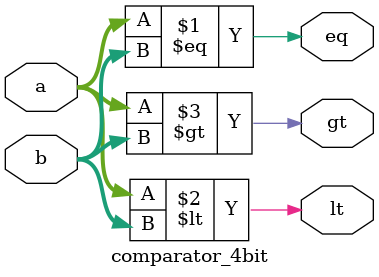
<source format=v>
`timescale 1ns / 1ps

module comparator_4bit (
    input wire [3:0] a,
    input wire [3:0] b,
    output wire eq,
    output wire lt,
    output wire gt
);
    assign eq = (a == b);
    assign lt = (a < b);
    assign gt = (a > b);
endmodule

</source>
